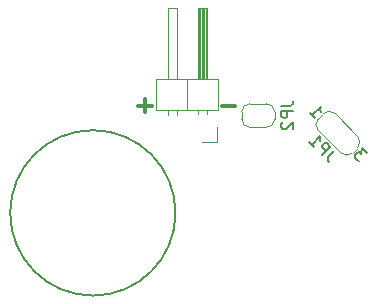
<source format=gbr>
G04 #@! TF.GenerationSoftware,KiCad,Pcbnew,(5.0.1-dev-70-gb7b125d83)*
G04 #@! TF.CreationDate,2019-02-14T00:16:49+01:00*
G04 #@! TF.ProjectId,piezothing,7069657A6F7468696E672E6B69636164,rev?*
G04 #@! TF.SameCoordinates,Original*
G04 #@! TF.FileFunction,Legend,Bot*
G04 #@! TF.FilePolarity,Positive*
%FSLAX46Y46*%
G04 Gerber Fmt 4.6, Leading zero omitted, Abs format (unit mm)*
G04 Created by KiCad (PCBNEW (5.0.1-dev-70-gb7b125d83)) date 02/14/19 00:16:49*
%MOMM*%
%LPD*%
G01*
G04 APERTURE LIST*
%ADD10C,0.300000*%
%ADD11C,0.200000*%
%ADD12C,0.120000*%
%ADD13C,0.150000*%
G04 APERTURE END LIST*
D10*
X142071428Y-70907142D02*
X140928571Y-70907142D01*
X134971428Y-70907142D02*
X133828571Y-70907142D01*
X134400000Y-71478571D02*
X134400000Y-70335714D01*
D11*
X137000000Y-80000000D02*
G75*
G03X137000000Y-80000000I-7000000J0D01*
G01*
D12*
G04 #@! TO.C,J1*
X140580000Y-71310000D02*
X135380000Y-71310000D01*
X135380000Y-71310000D02*
X135380000Y-68650000D01*
X135380000Y-68650000D02*
X140580000Y-68650000D01*
X140580000Y-68650000D02*
X140580000Y-71310000D01*
X139630000Y-68650000D02*
X139630000Y-62650000D01*
X139630000Y-62650000D02*
X138870000Y-62650000D01*
X138870000Y-62650000D02*
X138870000Y-68650000D01*
X139570000Y-68650000D02*
X139570000Y-62650000D01*
X139450000Y-68650000D02*
X139450000Y-62650000D01*
X139330000Y-68650000D02*
X139330000Y-62650000D01*
X139210000Y-68650000D02*
X139210000Y-62650000D01*
X139090000Y-68650000D02*
X139090000Y-62650000D01*
X138970000Y-68650000D02*
X138970000Y-62650000D01*
X139630000Y-71640000D02*
X139630000Y-71310000D01*
X138870000Y-71640000D02*
X138870000Y-71310000D01*
X137980000Y-71310000D02*
X137980000Y-68650000D01*
X137090000Y-68650000D02*
X137090000Y-62650000D01*
X137090000Y-62650000D02*
X136330000Y-62650000D01*
X136330000Y-62650000D02*
X136330000Y-68650000D01*
X137090000Y-71707071D02*
X137090000Y-71310000D01*
X136330000Y-71707071D02*
X136330000Y-71310000D01*
X139250000Y-74020000D02*
X140520000Y-74020000D01*
X140520000Y-74020000D02*
X140520000Y-72750000D01*
G04 #@! TO.C,JP1*
X149512563Y-71588299D02*
X149088299Y-72012563D01*
X152447056Y-73532843D02*
X150467157Y-71552944D01*
X151987437Y-74911701D02*
X152411701Y-74487437D01*
X149052944Y-72967157D02*
X151032843Y-74947056D01*
X150997487Y-74911701D02*
G75*
G03X151987437Y-74911701I494975J494975D01*
G01*
X152411701Y-74487437D02*
G75*
G03X152411701Y-73497487I-494975J494975D01*
G01*
X150502513Y-71588299D02*
G75*
G03X149512563Y-71588299I-494975J-494975D01*
G01*
X149088299Y-72012563D02*
G75*
G03X149088299Y-73002513I494975J-494975D01*
G01*
G04 #@! TO.C,JP2*
X144699999Y-72750000D02*
G75*
G03X145400000Y-72050001I1J700000D01*
G01*
X145400000Y-71450000D02*
G75*
G03X144700000Y-70750000I-700000J0D01*
G01*
X143300001Y-70750000D02*
G75*
G03X142600000Y-71449999I-1J-700000D01*
G01*
X142600000Y-72050000D02*
G75*
G03X143300000Y-72750000I700000J0D01*
G01*
X142600000Y-71449999D02*
X142600000Y-72050001D01*
X144700000Y-70750000D02*
X143300000Y-70750000D01*
X145400000Y-72050001D02*
X145400000Y-71449999D01*
X143300000Y-72750000D02*
X144700000Y-72750000D01*
G04 #@! TO.C,JP1*
D13*
X150453688Y-74724822D02*
X149948612Y-75229898D01*
X149881269Y-75364585D01*
X149881269Y-75499272D01*
X149948612Y-75633959D01*
X150015956Y-75701303D01*
X149409864Y-75095211D02*
X150116971Y-74388104D01*
X149847597Y-74118730D01*
X149746582Y-74085059D01*
X149679238Y-74085059D01*
X149578223Y-74118730D01*
X149477208Y-74219746D01*
X149443536Y-74320761D01*
X149443536Y-74388104D01*
X149477208Y-74489120D01*
X149746582Y-74758494D01*
X148332368Y-74017715D02*
X148736429Y-74421776D01*
X148534398Y-74219746D02*
X149241505Y-73512639D01*
X149207833Y-73680998D01*
X149207833Y-73815685D01*
X149241505Y-73916700D01*
X153211405Y-74936955D02*
X152773672Y-74499222D01*
X152740000Y-75004298D01*
X152638985Y-74903283D01*
X152537970Y-74869611D01*
X152470626Y-74869611D01*
X152369611Y-74903283D01*
X152201252Y-75071642D01*
X152167581Y-75172657D01*
X152167581Y-75240000D01*
X152201252Y-75341016D01*
X152403283Y-75543046D01*
X152504298Y-75576718D01*
X152571642Y-75576718D01*
X148389609Y-71529373D02*
X148793670Y-71933434D01*
X148591640Y-71731403D02*
X149298747Y-71024296D01*
X149265075Y-71192655D01*
X149265075Y-71327342D01*
X149298747Y-71428357D01*
G04 #@! TO.C,JP2*
X145952380Y-70916666D02*
X146666666Y-70916666D01*
X146809523Y-70869047D01*
X146904761Y-70773809D01*
X146952380Y-70630952D01*
X146952380Y-70535714D01*
X146952380Y-71392857D02*
X145952380Y-71392857D01*
X145952380Y-71773809D01*
X146000000Y-71869047D01*
X146047619Y-71916666D01*
X146142857Y-71964285D01*
X146285714Y-71964285D01*
X146380952Y-71916666D01*
X146428571Y-71869047D01*
X146476190Y-71773809D01*
X146476190Y-71392857D01*
X146047619Y-72345238D02*
X146000000Y-72392857D01*
X145952380Y-72488095D01*
X145952380Y-72726190D01*
X146000000Y-72821428D01*
X146047619Y-72869047D01*
X146142857Y-72916666D01*
X146238095Y-72916666D01*
X146380952Y-72869047D01*
X146952380Y-72297619D01*
X146952380Y-72916666D01*
G04 #@! TD*
M02*

</source>
